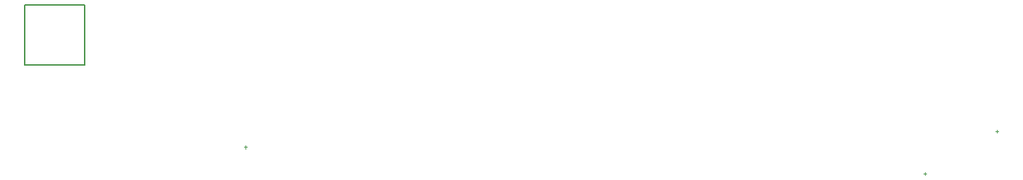
<source format=gm1>
%FSLAX43Y43*%
%MOMM*%
%SFA1B1*%

%IPPOS*%
%ADD89C,0.100000*%
%ADD90C,0.150000*%
%LNlp_led_cube_8x8x8-1*%
%LPD*%
G54D89*
X67617Y61848D02*
X68017D01*
X67817Y61648D02*
Y62048D01*
X149151Y58673D02*
X149551D01*
X149351Y58473D02*
Y58873D01*
X157987Y63553D02*
Y63953D01*
X157787Y63753D02*
X158187D01*
G54D90*
X41357Y71710D02*
Y78910D01*
X48557Y71710D02*
Y78910D01*
X41357Y71710D02*
X48557D01*
X41357Y78910D02*
X48557D01*
M02*
</source>
